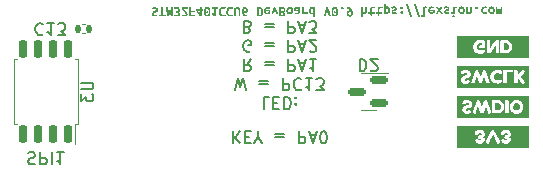
<source format=gbo>
%TF.GenerationSoftware,KiCad,Pcbnew,(6.0.4)*%
%TF.CreationDate,2022-03-28T20:40:59+08:00*%
%TF.ProjectId,PCB_F401CCU6_Dev,5043425f-4634-4303-9143-4355365f4465,v0.9*%
%TF.SameCoordinates,Original*%
%TF.FileFunction,Legend,Bot*%
%TF.FilePolarity,Positive*%
%FSLAX46Y46*%
G04 Gerber Fmt 4.6, Leading zero omitted, Abs format (unit mm)*
G04 Created by KiCad (PCBNEW (6.0.4)) date 2022-03-28 20:40:59*
%MOMM*%
%LPD*%
G01*
G04 APERTURE LIST*
G04 Aperture macros list*
%AMRoundRect*
0 Rectangle with rounded corners*
0 $1 Rounding radius*
0 $2 $3 $4 $5 $6 $7 $8 $9 X,Y pos of 4 corners*
0 Add a 4 corners polygon primitive as box body*
4,1,4,$2,$3,$4,$5,$6,$7,$8,$9,$2,$3,0*
0 Add four circle primitives for the rounded corners*
1,1,$1+$1,$2,$3*
1,1,$1+$1,$4,$5*
1,1,$1+$1,$6,$7*
1,1,$1+$1,$8,$9*
0 Add four rect primitives between the rounded corners*
20,1,$1+$1,$2,$3,$4,$5,0*
20,1,$1+$1,$4,$5,$6,$7,0*
20,1,$1+$1,$6,$7,$8,$9,0*
20,1,$1+$1,$8,$9,$2,$3,0*%
G04 Aperture macros list end*
%ADD10C,0.150000*%
%ADD11C,0.120000*%
%ADD12R,1.700000X1.700000*%
%ADD13O,1.700000X1.700000*%
%ADD14C,0.600000*%
%ADD15O,2.000000X0.900000*%
%ADD16O,1.700000X0.900000*%
%ADD17RoundRect,0.140000X-0.140000X-0.170000X0.140000X-0.170000X0.140000X0.170000X-0.140000X0.170000X0*%
%ADD18RoundRect,0.150000X0.587500X0.150000X-0.587500X0.150000X-0.587500X-0.150000X0.587500X-0.150000X0*%
%ADD19RoundRect,0.150000X0.150000X-0.650000X0.150000X0.650000X-0.150000X0.650000X-0.150000X-0.650000X0*%
G04 APERTURE END LIST*
D10*
X82066000Y-61063238D02*
X82208857Y-61015619D01*
X82446952Y-61015619D01*
X82542190Y-61063238D01*
X82589809Y-61110857D01*
X82637428Y-61206095D01*
X82637428Y-61301333D01*
X82589809Y-61396571D01*
X82542190Y-61444190D01*
X82446952Y-61491809D01*
X82256476Y-61539428D01*
X82161238Y-61587047D01*
X82113619Y-61634666D01*
X82066000Y-61729904D01*
X82066000Y-61825142D01*
X82113619Y-61920380D01*
X82161238Y-61968000D01*
X82256476Y-62015619D01*
X82494571Y-62015619D01*
X82637428Y-61968000D01*
X83066000Y-61015619D02*
X83066000Y-62015619D01*
X83446952Y-62015619D01*
X83542190Y-61968000D01*
X83589809Y-61920380D01*
X83637428Y-61825142D01*
X83637428Y-61682285D01*
X83589809Y-61587047D01*
X83542190Y-61539428D01*
X83446952Y-61491809D01*
X83066000Y-61491809D01*
X84066000Y-61015619D02*
X84066000Y-62015619D01*
X85066000Y-61015619D02*
X84494571Y-61015619D01*
X84780285Y-61015619D02*
X84780285Y-62015619D01*
X84685047Y-61872761D01*
X84589809Y-61777523D01*
X84494571Y-61729904D01*
X102497054Y-56361619D02*
X102020864Y-56361619D01*
X102020864Y-57361619D01*
X102830387Y-56885428D02*
X103163721Y-56885428D01*
X103306578Y-56361619D02*
X102830387Y-56361619D01*
X102830387Y-57361619D01*
X103306578Y-57361619D01*
X103735149Y-56361619D02*
X103735149Y-57361619D01*
X103973245Y-57361619D01*
X104116102Y-57314000D01*
X104211340Y-57218761D01*
X104258959Y-57123523D01*
X104306578Y-56933047D01*
X104306578Y-56790190D01*
X104258959Y-56599714D01*
X104211340Y-56504476D01*
X104116102Y-56409238D01*
X103973245Y-56361619D01*
X103735149Y-56361619D01*
X104735149Y-56456857D02*
X104782768Y-56409238D01*
X104735149Y-56361619D01*
X104687530Y-56409238D01*
X104735149Y-56456857D01*
X104735149Y-56361619D01*
X104735149Y-56980666D02*
X104782768Y-56933047D01*
X104735149Y-56885428D01*
X104687530Y-56933047D01*
X104735149Y-56980666D01*
X104735149Y-56885428D01*
X99616102Y-55751619D02*
X99854197Y-54751619D01*
X100044673Y-55465904D01*
X100235149Y-54751619D01*
X100473245Y-55751619D01*
X101616102Y-55275428D02*
X102378007Y-55275428D01*
X102378007Y-54989714D02*
X101616102Y-54989714D01*
X103616102Y-54751619D02*
X103616102Y-55751619D01*
X103997054Y-55751619D01*
X104092292Y-55704000D01*
X104139911Y-55656380D01*
X104187530Y-55561142D01*
X104187530Y-55418285D01*
X104139911Y-55323047D01*
X104092292Y-55275428D01*
X103997054Y-55227809D01*
X103616102Y-55227809D01*
X105187530Y-54846857D02*
X105139911Y-54799238D01*
X104997054Y-54751619D01*
X104901816Y-54751619D01*
X104758959Y-54799238D01*
X104663721Y-54894476D01*
X104616102Y-54989714D01*
X104568483Y-55180190D01*
X104568483Y-55323047D01*
X104616102Y-55513523D01*
X104663721Y-55608761D01*
X104758959Y-55704000D01*
X104901816Y-55751619D01*
X104997054Y-55751619D01*
X105139911Y-55704000D01*
X105187530Y-55656380D01*
X106139911Y-54751619D02*
X105568483Y-54751619D01*
X105854197Y-54751619D02*
X105854197Y-55751619D01*
X105758959Y-55608761D01*
X105663721Y-55513523D01*
X105568483Y-55465904D01*
X106473245Y-55751619D02*
X107092292Y-55751619D01*
X106758959Y-55370666D01*
X106901816Y-55370666D01*
X106997054Y-55323047D01*
X107044673Y-55275428D01*
X107092292Y-55180190D01*
X107092292Y-54942095D01*
X107044673Y-54846857D01*
X106997054Y-54799238D01*
X106901816Y-54751619D01*
X106616102Y-54751619D01*
X106520864Y-54799238D01*
X106473245Y-54846857D01*
X100901816Y-53141619D02*
X100568483Y-53617809D01*
X100330387Y-53141619D02*
X100330387Y-54141619D01*
X100711340Y-54141619D01*
X100806578Y-54094000D01*
X100854197Y-54046380D01*
X100901816Y-53951142D01*
X100901816Y-53808285D01*
X100854197Y-53713047D01*
X100806578Y-53665428D01*
X100711340Y-53617809D01*
X100330387Y-53617809D01*
X102092292Y-53665428D02*
X102854197Y-53665428D01*
X102854197Y-53379714D02*
X102092292Y-53379714D01*
X104092292Y-53141619D02*
X104092292Y-54141619D01*
X104473245Y-54141619D01*
X104568483Y-54094000D01*
X104616102Y-54046380D01*
X104663721Y-53951142D01*
X104663721Y-53808285D01*
X104616102Y-53713047D01*
X104568483Y-53665428D01*
X104473245Y-53617809D01*
X104092292Y-53617809D01*
X105044673Y-53427333D02*
X105520864Y-53427333D01*
X104949435Y-53141619D02*
X105282768Y-54141619D01*
X105616102Y-53141619D01*
X106473245Y-53141619D02*
X105901816Y-53141619D01*
X106187530Y-53141619D02*
X106187530Y-54141619D01*
X106092292Y-53998761D01*
X105997054Y-53903523D01*
X105901816Y-53855904D01*
X100854197Y-52484000D02*
X100758959Y-52531619D01*
X100616102Y-52531619D01*
X100473245Y-52484000D01*
X100378007Y-52388761D01*
X100330387Y-52293523D01*
X100282768Y-52103047D01*
X100282768Y-51960190D01*
X100330387Y-51769714D01*
X100378007Y-51674476D01*
X100473245Y-51579238D01*
X100616102Y-51531619D01*
X100711340Y-51531619D01*
X100854197Y-51579238D01*
X100901816Y-51626857D01*
X100901816Y-51960190D01*
X100711340Y-51960190D01*
X102092292Y-52055428D02*
X102854197Y-52055428D01*
X102854197Y-51769714D02*
X102092292Y-51769714D01*
X104092292Y-51531619D02*
X104092292Y-52531619D01*
X104473245Y-52531619D01*
X104568483Y-52484000D01*
X104616102Y-52436380D01*
X104663721Y-52341142D01*
X104663721Y-52198285D01*
X104616102Y-52103047D01*
X104568483Y-52055428D01*
X104473245Y-52007809D01*
X104092292Y-52007809D01*
X105044673Y-51817333D02*
X105520864Y-51817333D01*
X104949435Y-51531619D02*
X105282768Y-52531619D01*
X105616102Y-51531619D01*
X105901816Y-52436380D02*
X105949435Y-52484000D01*
X106044673Y-52531619D01*
X106282768Y-52531619D01*
X106378007Y-52484000D01*
X106425626Y-52436380D01*
X106473245Y-52341142D01*
X106473245Y-52245904D01*
X106425626Y-52103047D01*
X105854197Y-51531619D01*
X106473245Y-51531619D01*
X100663721Y-50445428D02*
X100806578Y-50397809D01*
X100854197Y-50350190D01*
X100901816Y-50254952D01*
X100901816Y-50112095D01*
X100854197Y-50016857D01*
X100806578Y-49969238D01*
X100711340Y-49921619D01*
X100330387Y-49921619D01*
X100330387Y-50921619D01*
X100663721Y-50921619D01*
X100758959Y-50874000D01*
X100806578Y-50826380D01*
X100854197Y-50731142D01*
X100854197Y-50635904D01*
X100806578Y-50540666D01*
X100758959Y-50493047D01*
X100663721Y-50445428D01*
X100330387Y-50445428D01*
X102092292Y-50445428D02*
X102854197Y-50445428D01*
X102854197Y-50159714D02*
X102092292Y-50159714D01*
X104092292Y-49921619D02*
X104092292Y-50921619D01*
X104473245Y-50921619D01*
X104568483Y-50874000D01*
X104616102Y-50826380D01*
X104663721Y-50731142D01*
X104663721Y-50588285D01*
X104616102Y-50493047D01*
X104568483Y-50445428D01*
X104473245Y-50397809D01*
X104092292Y-50397809D01*
X105044673Y-50207333D02*
X105520864Y-50207333D01*
X104949435Y-49921619D02*
X105282768Y-50921619D01*
X105616102Y-49921619D01*
X105854197Y-50921619D02*
X106473245Y-50921619D01*
X106139911Y-50540666D01*
X106282768Y-50540666D01*
X106378007Y-50493047D01*
X106425626Y-50445428D01*
X106473245Y-50350190D01*
X106473245Y-50112095D01*
X106425626Y-50016857D01*
X106378007Y-49969238D01*
X106282768Y-49921619D01*
X105997054Y-49921619D01*
X105901816Y-49969238D01*
X105854197Y-50016857D01*
X99449428Y-59237619D02*
X99449428Y-60237619D01*
X100020857Y-59237619D02*
X99592285Y-59809047D01*
X100020857Y-60237619D02*
X99449428Y-59666190D01*
X100449428Y-59761428D02*
X100782761Y-59761428D01*
X100925619Y-59237619D02*
X100449428Y-59237619D01*
X100449428Y-60237619D01*
X100925619Y-60237619D01*
X101544666Y-59713809D02*
X101544666Y-59237619D01*
X101211333Y-60237619D02*
X101544666Y-59713809D01*
X101878000Y-60237619D01*
X102973238Y-59761428D02*
X103735142Y-59761428D01*
X103735142Y-59475714D02*
X102973238Y-59475714D01*
X104973238Y-59237619D02*
X104973238Y-60237619D01*
X105354190Y-60237619D01*
X105449428Y-60190000D01*
X105497047Y-60142380D01*
X105544666Y-60047142D01*
X105544666Y-59904285D01*
X105497047Y-59809047D01*
X105449428Y-59761428D01*
X105354190Y-59713809D01*
X104973238Y-59713809D01*
X105925619Y-59523333D02*
X106401809Y-59523333D01*
X105830380Y-59237619D02*
X106163714Y-60237619D01*
X106497047Y-59237619D01*
X107020857Y-60237619D02*
X107116095Y-60237619D01*
X107211333Y-60190000D01*
X107258952Y-60142380D01*
X107306571Y-60047142D01*
X107354190Y-59856666D01*
X107354190Y-59618571D01*
X107306571Y-59428095D01*
X107258952Y-59332857D01*
X107211333Y-59285238D01*
X107116095Y-59237619D01*
X107020857Y-59237619D01*
X106925619Y-59285238D01*
X106878000Y-59332857D01*
X106830380Y-59428095D01*
X106782761Y-59618571D01*
X106782761Y-59856666D01*
X106830380Y-60047142D01*
X106878000Y-60142380D01*
X106925619Y-60190000D01*
X107020857Y-60237619D01*
%TO.C,C13*%
X83304142Y-50188857D02*
X83256523Y-50141238D01*
X83113666Y-50093619D01*
X83018428Y-50093619D01*
X82875571Y-50141238D01*
X82780333Y-50236476D01*
X82732714Y-50331714D01*
X82685095Y-50522190D01*
X82685095Y-50665047D01*
X82732714Y-50855523D01*
X82780333Y-50950761D01*
X82875571Y-51046000D01*
X83018428Y-51093619D01*
X83113666Y-51093619D01*
X83256523Y-51046000D01*
X83304142Y-50998380D01*
X84256523Y-50093619D02*
X83685095Y-50093619D01*
X83970809Y-50093619D02*
X83970809Y-51093619D01*
X83875571Y-50950761D01*
X83780333Y-50855523D01*
X83685095Y-50807904D01*
X84589857Y-51093619D02*
X85208904Y-51093619D01*
X84875571Y-50712666D01*
X85018428Y-50712666D01*
X85113666Y-50665047D01*
X85161285Y-50617428D01*
X85208904Y-50522190D01*
X85208904Y-50284095D01*
X85161285Y-50188857D01*
X85113666Y-50141238D01*
X85018428Y-50093619D01*
X84732714Y-50093619D01*
X84637476Y-50141238D01*
X84589857Y-50188857D01*
%TO.C,D2*%
X110132904Y-53141619D02*
X110132904Y-54141619D01*
X110371000Y-54141619D01*
X110513857Y-54094000D01*
X110609095Y-53998761D01*
X110656714Y-53903523D01*
X110704333Y-53713047D01*
X110704333Y-53570190D01*
X110656714Y-53379714D01*
X110609095Y-53284476D01*
X110513857Y-53189238D01*
X110371000Y-53141619D01*
X110132904Y-53141619D01*
X111085285Y-54046380D02*
X111132904Y-54094000D01*
X111228142Y-54141619D01*
X111466238Y-54141619D01*
X111561476Y-54094000D01*
X111609095Y-54046380D01*
X111656714Y-53951142D01*
X111656714Y-53855904D01*
X111609095Y-53713047D01*
X111037666Y-53141619D01*
X111656714Y-53141619D01*
%TO.C,U3*%
X86578380Y-55118095D02*
X87387904Y-55118095D01*
X87483142Y-55165714D01*
X87530761Y-55213333D01*
X87578380Y-55308571D01*
X87578380Y-55499047D01*
X87530761Y-55594285D01*
X87483142Y-55641904D01*
X87387904Y-55689523D01*
X86578380Y-55689523D01*
X86578380Y-56070476D02*
X86578380Y-56689523D01*
X86959333Y-56356190D01*
X86959333Y-56499047D01*
X87006952Y-56594285D01*
X87054571Y-56641904D01*
X87149809Y-56689523D01*
X87387904Y-56689523D01*
X87483142Y-56641904D01*
X87530761Y-56594285D01*
X87578380Y-56499047D01*
X87578380Y-56213333D01*
X87530761Y-56118095D01*
X87483142Y-56070476D01*
%TO.C,kibuzzard-6240A4EF*%
G36*
X93501845Y-49373155D02*
G01*
X93708855Y-49373155D01*
X93708855Y-49502695D01*
X93137355Y-49502695D01*
X93137355Y-49373155D01*
X93344365Y-49373155D01*
X93344365Y-48716565D01*
X93501845Y-48716565D01*
X93501845Y-49373155D01*
G37*
G36*
X108079540Y-49065180D02*
G01*
X108099225Y-49124235D01*
X108079540Y-49183925D01*
X108029375Y-49209325D01*
X107977305Y-49183925D01*
X107958255Y-49124235D01*
X107977305Y-49065180D01*
X108029375Y-49040415D01*
X108079540Y-49065180D01*
G37*
G36*
X107497386Y-48784228D02*
G01*
X107521093Y-48853443D01*
X107544235Y-48924210D01*
X107566460Y-48995330D01*
X107587415Y-49065603D01*
X107607100Y-49135030D01*
X107634088Y-49236154D01*
X107657900Y-49332515D01*
X107678379Y-49422050D01*
X107695365Y-49502695D01*
X107531535Y-49502695D01*
X107520105Y-49436655D01*
X107506135Y-49360455D01*
X107490260Y-49278064D01*
X107473115Y-49193450D01*
X107454700Y-49108360D01*
X107435015Y-49024540D01*
X107414695Y-48945959D01*
X107394375Y-48876585D01*
X107373896Y-48946911D01*
X107353100Y-49025810D01*
X107332780Y-49109630D01*
X107313730Y-49194720D01*
X107296109Y-49279175D01*
X107280075Y-49361090D01*
X107266740Y-49436814D01*
X107257215Y-49502695D01*
X107092115Y-49502695D01*
X107106720Y-49431575D01*
X107127675Y-49342675D01*
X107144467Y-49276141D01*
X107162671Y-49206926D01*
X107182285Y-49135030D01*
X107203028Y-49061723D01*
X107224618Y-48988274D01*
X107247055Y-48914685D01*
X107280393Y-48809910D01*
X107311825Y-48716565D01*
X107473115Y-48716565D01*
X107497386Y-48784228D01*
G37*
G36*
X106184700Y-48704817D02*
G01*
X106246295Y-48711485D01*
X106303763Y-48721645D01*
X106351705Y-48734345D01*
X106351705Y-49597945D01*
X106195495Y-49571275D01*
X106195495Y-49299495D01*
X106142155Y-49319180D01*
X106079925Y-49326165D01*
X106007606Y-49316781D01*
X105948127Y-49288629D01*
X105901490Y-49241710D01*
X105867976Y-49178563D01*
X105847868Y-49101728D01*
X105841729Y-49018825D01*
X105999915Y-49018825D01*
X106006265Y-49092802D01*
X106025315Y-49147095D01*
X106058335Y-49180433D01*
X106106595Y-49191545D01*
X106154855Y-49184560D01*
X106195495Y-49167415D01*
X106195495Y-48842295D01*
X106161205Y-48838485D01*
X106125645Y-48837215D01*
X106068654Y-48849915D01*
X106029760Y-48888015D01*
X106007376Y-48946117D01*
X105999915Y-49018825D01*
X105841729Y-49018825D01*
X105841165Y-49011205D01*
X105849138Y-48922305D01*
X105873056Y-48846952D01*
X105912920Y-48785145D01*
X105968306Y-48739284D01*
X106038791Y-48711767D01*
X106124375Y-48702595D01*
X106184700Y-48704817D01*
G37*
G36*
X104494965Y-49083119D02*
G01*
X104479725Y-49143920D01*
X104455119Y-49197578D01*
X104421940Y-49242980D01*
X104380983Y-49279493D01*
X104333040Y-49306480D01*
X104278906Y-49323149D01*
X104219375Y-49328705D01*
X104160638Y-49323149D01*
X104106345Y-49306480D01*
X104057926Y-49279493D01*
X104016810Y-49242980D01*
X103983473Y-49197578D01*
X103958390Y-49143920D01*
X103942674Y-49083119D01*
X103937435Y-49016285D01*
X103937530Y-49015015D01*
X104096185Y-49015015D01*
X104103964Y-49087246D01*
X104127300Y-49143920D01*
X104165876Y-49180591D01*
X104219375Y-49192815D01*
X104274144Y-49180591D01*
X104311450Y-49143920D01*
X104332881Y-49087246D01*
X104340025Y-49015015D01*
X104332246Y-48942625D01*
X104308910Y-48885475D01*
X104270334Y-48848327D01*
X104216835Y-48835945D01*
X104162066Y-48848327D01*
X104124760Y-48885475D01*
X104103329Y-48942625D01*
X104096185Y-49015015D01*
X103937530Y-49015015D01*
X103942515Y-48948499D01*
X103957755Y-48887380D01*
X103982361Y-48833564D01*
X104015540Y-48787685D01*
X104056498Y-48750537D01*
X104104440Y-48722915D01*
X104158891Y-48705770D01*
X104219375Y-48700055D01*
X104279859Y-48705770D01*
X104334310Y-48722915D01*
X104382094Y-48750537D01*
X104422575Y-48787685D01*
X104455278Y-48833564D01*
X104479725Y-48887380D01*
X104494965Y-48948499D01*
X104500045Y-49016285D01*
X104494965Y-49083119D01*
G37*
G36*
X103832660Y-49058195D02*
G01*
X103791226Y-49102645D01*
X103724075Y-49136935D01*
X103797100Y-49205515D01*
X103817579Y-49251870D01*
X103824405Y-49304575D01*
X103812975Y-49378235D01*
X103769795Y-49444910D01*
X103682165Y-49493170D01*
X103618030Y-49506981D01*
X103537385Y-49511585D01*
X103431975Y-49505870D01*
X103334185Y-49492535D01*
X103334185Y-49370615D01*
X103490395Y-49370615D01*
X103524685Y-49374425D01*
X103561515Y-49375695D01*
X103603425Y-49372520D01*
X103638985Y-49359820D01*
X103663115Y-49333150D01*
X103672005Y-49288065D01*
X103641525Y-49216310D01*
X103551355Y-49190275D01*
X103490395Y-49190275D01*
X103490395Y-49370615D01*
X103334185Y-49370615D01*
X103334185Y-49060735D01*
X103490395Y-49060735D01*
X103574215Y-49060735D01*
X103671370Y-49035970D01*
X103707565Y-48954055D01*
X103694865Y-48897540D01*
X103662480Y-48863250D01*
X103617395Y-48846740D01*
X103565325Y-48842295D01*
X103526590Y-48843565D01*
X103490395Y-48847375D01*
X103490395Y-49060735D01*
X103334185Y-49060735D01*
X103334185Y-48729265D01*
X103389113Y-48719264D01*
X103444675Y-48712120D01*
X103499603Y-48707834D01*
X103552625Y-48706405D01*
X103615331Y-48709421D01*
X103673910Y-48718470D01*
X103726615Y-48734662D01*
X103771700Y-48759110D01*
X103837105Y-48835310D01*
X103855203Y-48888809D01*
X103861235Y-48954055D01*
X103854091Y-49007395D01*
X103832660Y-49058195D01*
G37*
G36*
X100329365Y-49197895D02*
G01*
X100373180Y-49280445D01*
X100443665Y-49334420D01*
X100532565Y-49364265D01*
X100631625Y-49374425D01*
X100622735Y-49507775D01*
X100520818Y-49500155D01*
X100428425Y-49477295D01*
X100347145Y-49439513D01*
X100278565Y-49387125D01*
X100223479Y-49320450D01*
X100182680Y-49239805D01*
X100157439Y-49145507D01*
X100149025Y-49037875D01*
X100150041Y-49023905D01*
X100302695Y-49023905D01*
X100303330Y-49048035D01*
X100305235Y-49070895D01*
X100347145Y-49084865D01*
X100396675Y-49089945D01*
X100452872Y-49081849D01*
X100489385Y-49057560D01*
X100516055Y-48965485D01*
X100510340Y-48921035D01*
X100492560Y-48879125D01*
X100461445Y-48847375D01*
X100415725Y-48834675D01*
X100360480Y-48850550D01*
X100325555Y-48893095D01*
X100307775Y-48953420D01*
X100302695Y-49023905D01*
X100150041Y-49023905D01*
X100156716Y-48932112D01*
X100179787Y-48846811D01*
X100218240Y-48781970D01*
X100271368Y-48736462D01*
X100338467Y-48709157D01*
X100419535Y-48700055D01*
X100479860Y-48706246D01*
X100531295Y-48724820D01*
X100608765Y-48788955D01*
X100653850Y-48875315D01*
X100668455Y-48968025D01*
X100655120Y-49064545D01*
X100611305Y-49144555D01*
X100533200Y-49199165D01*
X100480336Y-49214405D01*
X100416995Y-49219485D01*
X100376355Y-49213770D01*
X100329365Y-49197895D01*
G37*
G36*
X104666415Y-49044225D02*
G01*
X104611805Y-48987075D01*
X104592368Y-48903255D01*
X104745155Y-48903255D01*
X104755315Y-48940085D01*
X104782620Y-48961675D01*
X104822625Y-48972470D01*
X104869615Y-48975645D01*
X104908985Y-48973740D01*
X104945815Y-48969295D01*
X104945815Y-48832135D01*
X104903905Y-48828960D01*
X104854375Y-48828325D01*
X104775635Y-48845470D01*
X104745155Y-48903255D01*
X104592368Y-48903255D01*
X104591485Y-48899445D01*
X104609265Y-48807370D01*
X104660065Y-48746410D01*
X104739440Y-48712755D01*
X104842945Y-48702595D01*
X104922638Y-48705135D01*
X104994075Y-48712755D01*
X105095675Y-48730535D01*
X105095675Y-49086135D01*
X105082975Y-49187100D01*
X105041065Y-49263300D01*
X104962960Y-49311560D01*
X104907874Y-49324419D01*
X104840405Y-49328705D01*
X104784208Y-49326641D01*
X104729915Y-49320450D01*
X104647365Y-49302035D01*
X104668955Y-49176305D01*
X104735630Y-49191545D01*
X104821355Y-49197895D01*
X104879775Y-49190434D01*
X104917875Y-49168050D01*
X104945815Y-49093755D01*
X104945815Y-49074705D01*
X104895333Y-49082325D01*
X104837865Y-49084865D01*
X104745155Y-49075340D01*
X104666415Y-49044225D01*
G37*
G36*
X93906975Y-49327435D02*
G01*
X93999685Y-48994695D01*
X94113985Y-48994695D01*
X94210505Y-49327435D01*
X94202885Y-48716565D01*
X94346395Y-48716565D01*
X94343537Y-48817054D01*
X94340045Y-48915320D01*
X94335759Y-49012157D01*
X94330520Y-49108360D01*
X94324170Y-49204721D01*
X94316550Y-49302035D01*
X94308136Y-49401095D01*
X94299405Y-49502695D01*
X94169865Y-49502695D01*
X94147005Y-49435385D01*
X94119065Y-49348390D01*
X94087315Y-49251870D01*
X94055565Y-49154715D01*
X94026355Y-49246155D01*
X93995875Y-49343945D01*
X93967300Y-49434115D01*
X93945075Y-49502695D01*
X93815535Y-49502695D01*
X93807121Y-49416653D01*
X93799660Y-49323625D01*
X93793151Y-49225518D01*
X93787595Y-49124235D01*
X93782674Y-49021047D01*
X93778070Y-48917225D01*
X93773784Y-48814990D01*
X93769815Y-48716565D01*
X93913325Y-48716565D01*
X93906975Y-49327435D01*
G37*
G36*
X97488692Y-49292034D02*
G01*
X97466864Y-49362400D01*
X97436305Y-49419510D01*
X97382683Y-49475602D01*
X97314949Y-49509257D01*
X97233105Y-49520475D01*
X97152531Y-49509186D01*
X97085221Y-49475319D01*
X97031175Y-49418875D01*
X97000060Y-49361566D01*
X96977835Y-49291240D01*
X96964500Y-49207896D01*
X96960055Y-49111535D01*
X97101025Y-49111535D01*
X97104835Y-49194156D01*
X97116265Y-49262524D01*
X97135315Y-49316640D01*
X97176907Y-49369504D01*
X97233105Y-49387125D01*
X97290096Y-49369504D01*
X97331530Y-49316640D01*
X97350227Y-49262524D01*
X97361446Y-49194156D01*
X97365185Y-49111535D01*
X97361446Y-49028209D01*
X97350227Y-48959417D01*
X97331530Y-48905160D01*
X97290096Y-48852296D01*
X97233105Y-48834675D01*
X97176907Y-48852296D01*
X97135315Y-48905160D01*
X97116265Y-48959417D01*
X97104835Y-49028209D01*
X97101025Y-49111535D01*
X96960055Y-49111535D01*
X96964421Y-49014062D01*
X96977518Y-48929925D01*
X96999346Y-48859122D01*
X97029905Y-48801655D01*
X97083527Y-48745211D01*
X97151261Y-48711344D01*
X97233105Y-48700055D01*
X97314949Y-48711344D01*
X97382683Y-48745211D01*
X97436305Y-48801655D01*
X97466864Y-48859122D01*
X97488692Y-48929925D01*
X97501789Y-49014062D01*
X97506155Y-49111535D01*
X97501789Y-49208412D01*
X97488692Y-49292034D01*
G37*
G36*
X102057835Y-48876585D02*
G01*
X102085616Y-48824039D01*
X102123240Y-48780700D01*
X102170230Y-48746727D01*
X102226110Y-48722280D01*
X102290404Y-48707516D01*
X102362635Y-48702595D01*
X102465505Y-48712120D01*
X102551865Y-48735615D01*
X102530275Y-48868965D01*
X102458520Y-48848645D01*
X102368985Y-48838485D01*
X102299770Y-48846899D01*
X102244525Y-48872140D01*
X102208330Y-48911986D01*
X102196265Y-48964215D01*
X102583615Y-48964215D01*
X102585520Y-48990885D01*
X102586155Y-49022635D01*
X102578535Y-49114569D01*
X102555675Y-49190557D01*
X102517575Y-49250600D01*
X102464799Y-49293992D01*
X102397913Y-49320027D01*
X102316915Y-49328705D01*
X102264210Y-49323625D01*
X102212775Y-49308385D01*
X102164833Y-49283144D01*
X102122605Y-49248060D01*
X102087045Y-49203134D01*
X102059105Y-49148365D01*
X102041008Y-49083912D01*
X102040050Y-49072165D01*
X102196265Y-49072165D01*
X102207060Y-49119155D01*
X102229920Y-49159795D01*
X102266750Y-49187735D01*
X102319455Y-49197895D01*
X102372795Y-49187100D01*
X102408355Y-49158525D01*
X102428675Y-49118520D01*
X102435025Y-49072165D01*
X102196265Y-49072165D01*
X102040050Y-49072165D01*
X102034975Y-49009935D01*
X102040690Y-48938497D01*
X102057835Y-48876585D01*
G37*
G36*
X108743115Y-48731805D02*
G01*
X108777405Y-48816895D01*
X108743115Y-48899445D01*
X108664375Y-48928655D01*
X108621195Y-48921035D01*
X108585000Y-48899445D01*
X108559600Y-48864520D01*
X108550075Y-48816895D01*
X108559600Y-48768000D01*
X108585000Y-48732440D01*
X108621195Y-48710215D01*
X108664375Y-48702595D01*
X108743115Y-48731805D01*
G37*
G36*
X95597345Y-48846105D02*
G01*
X95259525Y-48846105D01*
X95272860Y-48888015D01*
X95305245Y-48933100D01*
X95345885Y-48976280D01*
X95383985Y-49012475D01*
X95448755Y-49075975D01*
X95505905Y-49144555D01*
X95546545Y-49217580D01*
X95561785Y-49295685D01*
X95541465Y-49394110D01*
X95486855Y-49464595D01*
X95408115Y-49506505D01*
X95315405Y-49520475D01*
X95249206Y-49514125D01*
X95182690Y-49495075D01*
X95119984Y-49462690D01*
X95065215Y-49416335D01*
X95142685Y-49307115D01*
X95222695Y-49366805D01*
X95300165Y-49384585D01*
X95373825Y-49358550D01*
X95403035Y-49284255D01*
X95379540Y-49216945D01*
X95319850Y-49148365D01*
X95282385Y-49112011D01*
X95242380Y-49074070D01*
X95202375Y-49033747D01*
X95164910Y-48990250D01*
X95131890Y-48943101D01*
X95105220Y-48891825D01*
X95087599Y-48835945D01*
X95081725Y-48774985D01*
X95081090Y-48748315D01*
X95084265Y-48716565D01*
X95597345Y-48716565D01*
X95597345Y-48846105D01*
G37*
G36*
X99265899Y-48704341D02*
G01*
X99326700Y-48717200D01*
X99416235Y-48754665D01*
X99376865Y-48877855D01*
X99312730Y-48849915D01*
X99211765Y-48835945D01*
X99121119Y-48853884D01*
X99060000Y-48907700D01*
X99034247Y-48962522D01*
X99018796Y-49031313D01*
X99013645Y-49114075D01*
X99017931Y-49185195D01*
X99030790Y-49243615D01*
X99075240Y-49326800D01*
X99137470Y-49371250D01*
X99209225Y-49384585D01*
X99303840Y-49371250D01*
X99374325Y-49338865D01*
X99414965Y-49463325D01*
X99388930Y-49478565D01*
X99346385Y-49497615D01*
X99287330Y-49513490D01*
X99211765Y-49520475D01*
X99137311Y-49513649D01*
X99068890Y-49493170D01*
X99007930Y-49459515D01*
X98955860Y-49413160D01*
X98913474Y-49354581D01*
X98881565Y-49284255D01*
X98861562Y-49202658D01*
X98854895Y-49110265D01*
X98860372Y-49017476D01*
X98876802Y-48935957D01*
X98904187Y-48865711D01*
X98942525Y-48806735D01*
X99009694Y-48747468D01*
X99094361Y-48711908D01*
X99196525Y-48700055D01*
X99265899Y-48704341D01*
G37*
G36*
X94719457Y-48704659D02*
G01*
X94782005Y-48718470D01*
X94834075Y-48740695D01*
X94875985Y-48770540D01*
X94930595Y-48849915D01*
X94948375Y-48950245D01*
X94939961Y-49014062D01*
X94914720Y-49068355D01*
X94874239Y-49111852D01*
X94820105Y-49143285D01*
X94891225Y-49209325D01*
X94917895Y-49299495D01*
X94902655Y-49387125D01*
X94855665Y-49457610D01*
X94775020Y-49503965D01*
X94721839Y-49516348D01*
X94660085Y-49520475D01*
X94592616Y-49514601D01*
X94532450Y-49496980D01*
X94441645Y-49450625D01*
X94497525Y-49336325D01*
X94573090Y-49372520D01*
X94661355Y-49387125D01*
X94733110Y-49362360D01*
X94759145Y-49294415D01*
X94747080Y-49246155D01*
X94715965Y-49215675D01*
X94672785Y-49199165D01*
X94624525Y-49194085D01*
X94566105Y-49194085D01*
X94566105Y-49064545D01*
X94614365Y-49064545D01*
X94683897Y-49058354D01*
X94740095Y-49039780D01*
X94777242Y-49005649D01*
X94789625Y-48952785D01*
X94757240Y-48867695D01*
X94712949Y-48841977D01*
X94644845Y-48833405D01*
X94584679Y-48836897D01*
X94533720Y-48847375D01*
X94458155Y-48874045D01*
X94427675Y-48743235D01*
X94467045Y-48729265D01*
X94522290Y-48715295D01*
X94584520Y-48704500D01*
X94646115Y-48700055D01*
X94719457Y-48704659D01*
G37*
G36*
X99841685Y-48705294D02*
G01*
X99900105Y-48721010D01*
X99947095Y-48746569D01*
X99983925Y-48781335D01*
X100010912Y-48824832D01*
X100028375Y-48876585D01*
X100037900Y-48935640D01*
X100041075Y-49001045D01*
X100041075Y-49502695D01*
X99884865Y-49502695D01*
X99884865Y-49012475D01*
X99879785Y-48929290D01*
X99862005Y-48874680D01*
X99827715Y-48844835D01*
X99773105Y-48835945D01*
X99718495Y-48844835D01*
X99684840Y-48874045D01*
X99667695Y-48928020D01*
X99662615Y-49011205D01*
X99662615Y-49502695D01*
X99505135Y-49502695D01*
X99505135Y-49001045D01*
X99508310Y-48935640D01*
X99517835Y-48876585D01*
X99534980Y-48824832D01*
X99561015Y-48781335D01*
X99642930Y-48721010D01*
X99700556Y-48705294D01*
X99770565Y-48700055D01*
X99841685Y-48705294D01*
G37*
G36*
X98630899Y-48704341D02*
G01*
X98691700Y-48717200D01*
X98781235Y-48754665D01*
X98741865Y-48877855D01*
X98677730Y-48849915D01*
X98576765Y-48835945D01*
X98486119Y-48853884D01*
X98425000Y-48907700D01*
X98399247Y-48962522D01*
X98383796Y-49031313D01*
X98378645Y-49114075D01*
X98382931Y-49185195D01*
X98395790Y-49243615D01*
X98440240Y-49326800D01*
X98502470Y-49371250D01*
X98574225Y-49384585D01*
X98668840Y-49371250D01*
X98739325Y-49338865D01*
X98779965Y-49463325D01*
X98753930Y-49478565D01*
X98711385Y-49497615D01*
X98652330Y-49513490D01*
X98576765Y-49520475D01*
X98502311Y-49513649D01*
X98433890Y-49493170D01*
X98372930Y-49459515D01*
X98320860Y-49413160D01*
X98278474Y-49354581D01*
X98246565Y-49284255D01*
X98226562Y-49202658D01*
X98219895Y-49110265D01*
X98225372Y-49017476D01*
X98241802Y-48935957D01*
X98269187Y-48865711D01*
X98307525Y-48806735D01*
X98374694Y-48747468D01*
X98459361Y-48711908D01*
X98561525Y-48700055D01*
X98630899Y-48704341D01*
G37*
G36*
X108283693Y-49292034D02*
G01*
X108261864Y-49362400D01*
X108231305Y-49419510D01*
X108177683Y-49475602D01*
X108109949Y-49509257D01*
X108028105Y-49520475D01*
X107947531Y-49509186D01*
X107880221Y-49475319D01*
X107826175Y-49418875D01*
X107795060Y-49361566D01*
X107772835Y-49291240D01*
X107759500Y-49207896D01*
X107755055Y-49111535D01*
X107896025Y-49111535D01*
X107899835Y-49194156D01*
X107911265Y-49262524D01*
X107930315Y-49316640D01*
X107971908Y-49369504D01*
X108028105Y-49387125D01*
X108085096Y-49369504D01*
X108126530Y-49316640D01*
X108145227Y-49262524D01*
X108156446Y-49194156D01*
X108160185Y-49111535D01*
X108156446Y-49028209D01*
X108145227Y-48959417D01*
X108126530Y-48905160D01*
X108085096Y-48852296D01*
X108028105Y-48834675D01*
X107971908Y-48852296D01*
X107930315Y-48905160D01*
X107911265Y-48959417D01*
X107899835Y-49028209D01*
X107896025Y-49111535D01*
X107755055Y-49111535D01*
X107759421Y-49014062D01*
X107772518Y-48929925D01*
X107794346Y-48859122D01*
X107824905Y-48801655D01*
X107878527Y-48745211D01*
X107946261Y-48711344D01*
X108028105Y-48700055D01*
X108109949Y-48711344D01*
X108177683Y-48745211D01*
X108231305Y-48801655D01*
X108261864Y-48859122D01*
X108283693Y-48929925D01*
X108296789Y-49014062D01*
X108301155Y-49111535D01*
X108296789Y-49208412D01*
X108283693Y-49292034D01*
G37*
G36*
X105441115Y-49159795D02*
G01*
X105505885Y-49171860D01*
X105570655Y-49175035D01*
X105604945Y-49173765D01*
X105646855Y-49169320D01*
X105689400Y-49162335D01*
X105725595Y-49154715D01*
X105753535Y-49299495D01*
X105704640Y-49311560D01*
X105650665Y-49319180D01*
X105600500Y-49323625D01*
X105564305Y-49324895D01*
X105482231Y-49321403D01*
X105411270Y-49310925D01*
X105346659Y-49294733D01*
X105283635Y-49274095D01*
X105283635Y-48716565D01*
X105441115Y-48716565D01*
X105441115Y-49159795D01*
G37*
G36*
X109335888Y-48947229D02*
G01*
X109267625Y-48892460D01*
X109182218Y-48860234D01*
X109086015Y-48848645D01*
X109091095Y-48714025D01*
X109192854Y-48721804D01*
X109284770Y-48745140D01*
X109365415Y-48783399D01*
X109433360Y-48835945D01*
X109487811Y-48902779D01*
X109527975Y-48983900D01*
X109552740Y-49078674D01*
X109560995Y-49186465D01*
X109553234Y-49284537D01*
X109529951Y-49367087D01*
X109491145Y-49434115D01*
X109437664Y-49483504D01*
X109370354Y-49513137D01*
X109289215Y-49523015D01*
X109229843Y-49516824D01*
X109178725Y-49498250D01*
X109100620Y-49434750D01*
X109053630Y-49348390D01*
X109038187Y-49257585D01*
X109190155Y-49257585D01*
X109195870Y-49308385D01*
X109213650Y-49350295D01*
X109245400Y-49378870D01*
X109293025Y-49389665D01*
X109348270Y-49373155D01*
X109383830Y-49329975D01*
X109402880Y-49270920D01*
X109408595Y-49206785D01*
X109407960Y-49178210D01*
X109406055Y-49153445D01*
X109362875Y-49139475D01*
X109312075Y-49134395D01*
X109255560Y-49142332D01*
X109218095Y-49166145D01*
X109190155Y-49257585D01*
X109038187Y-49257585D01*
X109037755Y-49255045D01*
X109051725Y-49157890D01*
X109096175Y-49078515D01*
X109174915Y-49024540D01*
X109228255Y-49009776D01*
X109291755Y-49004855D01*
X109380655Y-49026445D01*
X109335888Y-48947229D01*
G37*
G36*
X101955124Y-49209166D02*
G01*
X101936550Y-49292510D01*
X101906864Y-49361408D01*
X101867335Y-49416970D01*
X101817964Y-49459356D01*
X101758750Y-49488725D01*
X101691281Y-49505870D01*
X101617145Y-49511585D01*
X101529515Y-49507775D01*
X101429185Y-49492535D01*
X101429185Y-49371885D01*
X101585395Y-49371885D01*
X101608255Y-49375060D01*
X101631115Y-49375695D01*
X101716205Y-49353470D01*
X101768275Y-49294415D01*
X101794945Y-49209325D01*
X101802565Y-49110265D01*
X101800184Y-49054226D01*
X101793040Y-49002950D01*
X101761290Y-48918495D01*
X101702870Y-48862615D01*
X101613335Y-48842295D01*
X101599365Y-48842295D01*
X101585395Y-48843565D01*
X101585395Y-49371885D01*
X101429185Y-49371885D01*
X101429185Y-48725455D01*
X101514910Y-48710850D01*
X101596825Y-48706405D01*
X101673501Y-48711961D01*
X101743510Y-48728630D01*
X101805581Y-48757364D01*
X101858445Y-48799115D01*
X101901466Y-48854519D01*
X101934010Y-48924210D01*
X101954489Y-49009141D01*
X101961315Y-49110265D01*
X101955124Y-49209166D01*
G37*
G36*
X103046742Y-48796222D02*
G01*
X103087382Y-48884487D01*
X103129715Y-48981360D01*
X103161386Y-49059028D01*
X103191628Y-49140269D01*
X103220441Y-49225081D01*
X103247825Y-49313465D01*
X103089075Y-49313465D01*
X103075899Y-49263618D01*
X103059230Y-49210595D01*
X103040498Y-49155826D01*
X103021130Y-49100740D01*
X103001286Y-49046289D01*
X102981125Y-48993425D01*
X102944295Y-48898175D01*
X102909370Y-48993425D01*
X102891114Y-49046289D01*
X102873175Y-49100740D01*
X102855871Y-49155826D01*
X102839520Y-49210595D01*
X102824756Y-49263618D01*
X102812215Y-49313465D01*
X102648385Y-49313465D01*
X102675412Y-49225081D01*
X102703154Y-49140269D01*
X102731610Y-49059028D01*
X102760780Y-48981360D01*
X102799938Y-48884487D01*
X102838673Y-48796222D01*
X102876985Y-48716565D01*
X103007795Y-48716565D01*
X103046742Y-48796222D01*
G37*
G36*
X97284540Y-49065180D02*
G01*
X97304225Y-49124235D01*
X97284540Y-49183925D01*
X97234375Y-49209325D01*
X97182305Y-49183925D01*
X97163255Y-49124235D01*
X97182305Y-49065180D01*
X97234375Y-49040415D01*
X97284540Y-49065180D01*
G37*
G36*
X95881825Y-49053115D02*
G01*
X96166305Y-49053115D01*
X96166305Y-49182655D01*
X95881825Y-49182655D01*
X95881825Y-49373155D01*
X96206945Y-49373155D01*
X96206945Y-49502695D01*
X95725615Y-49502695D01*
X95725615Y-48716565D01*
X95881825Y-48716565D01*
X95881825Y-49053115D01*
G37*
G36*
X98133535Y-48846105D02*
G01*
X97977325Y-48846105D01*
X97977325Y-49502695D01*
X97870645Y-49502695D01*
X97816035Y-49453165D01*
X97748725Y-49407445D01*
X97677605Y-49368075D01*
X97611565Y-49338865D01*
X97662365Y-49209325D01*
X97739835Y-49240440D01*
X97821115Y-49285525D01*
X97821115Y-48846105D01*
X97656015Y-48846105D01*
X97656015Y-48716565D01*
X98133535Y-48716565D01*
X98133535Y-48846105D01*
G37*
G36*
X92854357Y-48706758D02*
G01*
X92926958Y-48726866D01*
X92983050Y-48760380D01*
X93036866Y-48833246D01*
X93054805Y-48931195D01*
X93049407Y-48990409D01*
X93033215Y-49038510D01*
X92977970Y-49109630D01*
X92904310Y-49155350D01*
X92827475Y-49186465D01*
X92778580Y-49205515D01*
X92734130Y-49229010D01*
X92701745Y-49259490D01*
X92689045Y-49299495D01*
X92702874Y-49349589D01*
X92744361Y-49379646D01*
X92813505Y-49389665D01*
X92903040Y-49376965D01*
X92973525Y-49346485D01*
X93019245Y-49467135D01*
X92928440Y-49503965D01*
X92869861Y-49516348D01*
X92802075Y-49520475D01*
X92724252Y-49513561D01*
X92658424Y-49492817D01*
X92604590Y-49458245D01*
X92550774Y-49383950D01*
X92532835Y-49285525D01*
X92553155Y-49192180D01*
X92604590Y-49129315D01*
X92673805Y-49087405D01*
X92747465Y-49058195D01*
X92800805Y-49035970D01*
X92849065Y-49009300D01*
X92884625Y-48975645D01*
X92898595Y-48932465D01*
X92892880Y-48895000D01*
X92871925Y-48861980D01*
X92830650Y-48839120D01*
X92765245Y-48830865D01*
X92701904Y-48835310D01*
X92649040Y-48848645D01*
X92567125Y-48886745D01*
X92521405Y-48759745D01*
X92609035Y-48721010D01*
X92677297Y-48705294D01*
X92765245Y-48700055D01*
X92854357Y-48706758D01*
G37*
G36*
X96608265Y-49448561D02*
G01*
X96557465Y-49387760D01*
X96507935Y-49323149D01*
X96460945Y-49257585D01*
X96417130Y-49192339D01*
X96377125Y-49128680D01*
X96342517Y-49069149D01*
X96322194Y-49030255D01*
X96464755Y-49030255D01*
X96502855Y-49102645D01*
X96547940Y-49175670D01*
X96595565Y-49244885D01*
X96642555Y-49307115D01*
X96642555Y-49030255D01*
X96464755Y-49030255D01*
X96322194Y-49030255D01*
X96314895Y-49016285D01*
X96314895Y-48901985D01*
X96642555Y-48901985D01*
X96642555Y-48716565D01*
X96798765Y-48716565D01*
X96798765Y-48901985D01*
X96883855Y-48901985D01*
X96883855Y-49030255D01*
X96798765Y-49030255D01*
X96798765Y-49502695D01*
X96659065Y-49502695D01*
X96608265Y-49448561D01*
G37*
%TO.C,kibuzzard-6240A2D2*%
G36*
X123538456Y-56851550D02*
G01*
X123634500Y-56915844D01*
X123684771Y-56979520D01*
X123714933Y-57056249D01*
X123724988Y-57146031D01*
X123714845Y-57235990D01*
X123684418Y-57313248D01*
X123633706Y-57377806D01*
X123537067Y-57443291D01*
X123429713Y-57465119D01*
X123322556Y-57443092D01*
X123226513Y-57377013D01*
X123176242Y-57312366D01*
X123146079Y-57235901D01*
X123136025Y-57147619D01*
X123146167Y-57059336D01*
X123176594Y-56982872D01*
X123227306Y-56918225D01*
X123323945Y-56852145D01*
X123431300Y-56830119D01*
X123538456Y-56851550D01*
G37*
G36*
X121896981Y-56871989D02*
G01*
X121994613Y-56935687D01*
X122063669Y-57031533D01*
X122086688Y-57149206D01*
X122064264Y-57267277D01*
X121996994Y-57364313D01*
X121899561Y-57429202D01*
X121786650Y-57450831D01*
X121634250Y-57450831D01*
X121634250Y-56850756D01*
X121788238Y-56850756D01*
X121896981Y-56871989D01*
G37*
G36*
X118336219Y-56218402D02*
G01*
X124487781Y-56218402D01*
X124487781Y-58081598D01*
X118336219Y-58081598D01*
X118336219Y-56822975D01*
X118818025Y-56822975D01*
X118835091Y-56870005D01*
X118886287Y-56930131D01*
X118970425Y-56968231D01*
X119023606Y-56948387D01*
X119094250Y-56888856D01*
X119157750Y-56837262D01*
X119233950Y-56812656D01*
X119315971Y-56826062D01*
X119365183Y-56866278D01*
X119381587Y-56933306D01*
X119341106Y-56994425D01*
X119240300Y-57030144D01*
X119177594Y-57044630D01*
X119110125Y-57065862D01*
X119042656Y-57092652D01*
X118979950Y-57123806D01*
X118924586Y-57166867D01*
X118879144Y-57229375D01*
X118848783Y-57308948D01*
X118838662Y-57403206D01*
X118850216Y-57492371D01*
X118884876Y-57573598D01*
X118942644Y-57646888D01*
X119020343Y-57704655D01*
X119114799Y-57739315D01*
X119226012Y-57750869D01*
X119317095Y-57744717D01*
X119399844Y-57726263D01*
X119508587Y-57676256D01*
X119548275Y-57646094D01*
X119562335Y-57623869D01*
X119727662Y-57623869D01*
X119754253Y-57680622D01*
X119834025Y-57723881D01*
X119917369Y-57739756D01*
X119974519Y-57714356D01*
X120010237Y-57636569D01*
X120184862Y-57106344D01*
X120357900Y-57628631D01*
X120389253Y-57684988D01*
X120438862Y-57720706D01*
X120504744Y-57731819D01*
X120580150Y-57705625D01*
X120624600Y-57654031D01*
X120807162Y-57103169D01*
X120981787Y-57636569D01*
X121002425Y-57690544D01*
X121031794Y-57724675D01*
X121084975Y-57741344D01*
X121159588Y-57725469D01*
X121239359Y-57681019D01*
X121265950Y-57623869D01*
X121258563Y-57593706D01*
X121353262Y-57593706D01*
X121355644Y-57649269D01*
X121370725Y-57690544D01*
X121412794Y-57722691D01*
X121494550Y-57733406D01*
X121788238Y-57731819D01*
X121899859Y-57721450D01*
X122004534Y-57690345D01*
X122102265Y-57638504D01*
X122160285Y-57592119D01*
X122470863Y-57592119D01*
X122473244Y-57646888D01*
X122488325Y-57688956D01*
X122530394Y-57721103D01*
X122612150Y-57731819D01*
X122700653Y-57717134D01*
X122743913Y-57673081D01*
X122751850Y-57590531D01*
X122751850Y-57139681D01*
X122855038Y-57139681D01*
X122866944Y-57267277D01*
X122902663Y-57386538D01*
X122958225Y-57492305D01*
X123029663Y-57579419D01*
X123114991Y-57648872D01*
X123212225Y-57701656D01*
X123317000Y-57734994D01*
X123424950Y-57746106D01*
X123538555Y-57735490D01*
X123644422Y-57703641D01*
X123742549Y-57650559D01*
X123832938Y-57576244D01*
X123908641Y-57486203D01*
X123962716Y-57385942D01*
X123995160Y-57275462D01*
X124005975Y-57154763D01*
X123995656Y-57033616D01*
X123964700Y-56921797D01*
X123913106Y-56819304D01*
X123840875Y-56726137D01*
X123753563Y-56648697D01*
X123656725Y-56593383D01*
X123550363Y-56560194D01*
X123434475Y-56549131D01*
X123318339Y-56560045D01*
X123211233Y-56592787D01*
X123113155Y-56647358D01*
X123024106Y-56723756D01*
X122950139Y-56815236D01*
X122897305Y-56915050D01*
X122865604Y-57023198D01*
X122855038Y-57139681D01*
X122751850Y-57139681D01*
X122751850Y-56707881D01*
X122749469Y-56652319D01*
X122734388Y-56611044D01*
X122692319Y-56578897D01*
X122610563Y-56568181D01*
X122522456Y-56583262D01*
X122480388Y-56628506D01*
X122470863Y-56709469D01*
X122470863Y-57592119D01*
X122160285Y-57592119D01*
X122193050Y-57565925D01*
X122269448Y-57478216D01*
X122324019Y-57380981D01*
X122356761Y-57274222D01*
X122367675Y-57157938D01*
X122357009Y-57041207D01*
X122325011Y-56933108D01*
X122271681Y-56833641D01*
X122197019Y-56742806D01*
X122107176Y-56667102D01*
X122008305Y-56613028D01*
X121900404Y-56580584D01*
X121783475Y-56569769D01*
X121492963Y-56569769D01*
X121414381Y-56579691D01*
X121372312Y-56609456D01*
X121353262Y-56711056D01*
X121353262Y-57593706D01*
X121258563Y-57593706D01*
X121246900Y-57546081D01*
X120942100Y-56665019D01*
X120930987Y-56638031D01*
X120888919Y-56595962D01*
X120807956Y-56569769D01*
X120726994Y-56595962D01*
X120681750Y-56647556D01*
X120496012Y-57195244D01*
X120432449Y-57007411D01*
X120382729Y-56860472D01*
X120346851Y-56754427D01*
X120324816Y-56689276D01*
X120316625Y-56665019D01*
X120302337Y-56638031D01*
X120276937Y-56606281D01*
X120189625Y-56569769D01*
X120106281Y-56593581D01*
X120062625Y-56641206D01*
X120051512Y-56665019D01*
X119745125Y-57546081D01*
X119727662Y-57623869D01*
X119562335Y-57623869D01*
X119597487Y-57568306D01*
X119559387Y-57480994D01*
X119504619Y-57421463D01*
X119448262Y-57401619D01*
X119365712Y-57433369D01*
X119347456Y-57449244D01*
X119322850Y-57469881D01*
X119237919Y-57490519D01*
X119152194Y-57465913D01*
X119118062Y-57397650D01*
X119158544Y-57327006D01*
X119259350Y-57290494D01*
X119322453Y-57278389D01*
X119391112Y-57261125D01*
X119459772Y-57239098D01*
X119522875Y-57212706D01*
X119578239Y-57173614D01*
X119623681Y-57113487D01*
X119654042Y-57034708D01*
X119664162Y-56939656D01*
X119653844Y-56842620D01*
X119622887Y-56757887D01*
X119575262Y-56688236D01*
X119514937Y-56636444D01*
X119427272Y-56589701D01*
X119335726Y-56561655D01*
X119240300Y-56552306D01*
X119167672Y-56556870D01*
X119099012Y-56570562D01*
X118991062Y-56615806D01*
X118919625Y-56665812D01*
X118873587Y-56714231D01*
X118859300Y-56731694D01*
X118818025Y-56822975D01*
X118336219Y-56822975D01*
X118336219Y-56218402D01*
G37*
%TO.C,kibuzzard-6240A270*%
G36*
X118336219Y-58758402D02*
G01*
X124487781Y-58758402D01*
X124487781Y-60621598D01*
X118336219Y-60621598D01*
X118336219Y-59455844D01*
X119864981Y-59455844D01*
X119903875Y-59524900D01*
X120020556Y-59547919D01*
X120104694Y-59532044D01*
X120152319Y-59449494D01*
X120239631Y-59373294D01*
X120306306Y-59363769D01*
X120379331Y-59372302D01*
X120430131Y-59397900D01*
X120469819Y-59474894D01*
X120430925Y-59550300D01*
X120338850Y-59582844D01*
X120266619Y-59586019D01*
X120225344Y-59601894D01*
X120193197Y-59642772D01*
X120182481Y-59724131D01*
X120197166Y-59812634D01*
X120241219Y-59855894D01*
X120323769Y-59863831D01*
X120414256Y-59879309D01*
X120444419Y-59925744D01*
X120412669Y-59989244D01*
X120324562Y-60019406D01*
X120234869Y-60000356D01*
X120193594Y-59962256D01*
X120184069Y-59943206D01*
X120139619Y-59883675D01*
X120079294Y-59863831D01*
X119991981Y-59892406D01*
X119932450Y-59942016D01*
X119912606Y-59998769D01*
X119949119Y-60106719D01*
X119984044Y-60156725D01*
X120049925Y-60219431D01*
X120154700Y-60268644D01*
X120225939Y-60285313D01*
X120304719Y-60290869D01*
X120425722Y-60278522D01*
X120528380Y-60241480D01*
X120612694Y-60179744D01*
X120633304Y-60154344D01*
X120814306Y-60154344D01*
X120837722Y-60207525D01*
X120907969Y-60255944D01*
X120988137Y-60282931D01*
X121030206Y-60276581D01*
X121057194Y-60254356D01*
X121083387Y-60212288D01*
X121104620Y-60167838D01*
X121144506Y-60080525D01*
X121195505Y-59968408D01*
X121250075Y-59849544D01*
X121304844Y-59730680D01*
X121356437Y-59618562D01*
X121395530Y-59533830D01*
X121412794Y-59497119D01*
X121730294Y-60192444D01*
X121752519Y-60240069D01*
X121822369Y-60282931D01*
X121916031Y-60255944D01*
X121986278Y-60207525D01*
X122009694Y-60154344D01*
X121985881Y-60078144D01*
X121679176Y-59455844D01*
X122073194Y-59455844D01*
X122112088Y-59524900D01*
X122228769Y-59547919D01*
X122312906Y-59532044D01*
X122360531Y-59449494D01*
X122447844Y-59373294D01*
X122514519Y-59363769D01*
X122587544Y-59372302D01*
X122638344Y-59397900D01*
X122678031Y-59474894D01*
X122639138Y-59550300D01*
X122547063Y-59582844D01*
X122474831Y-59586019D01*
X122433556Y-59601894D01*
X122401409Y-59642772D01*
X122390694Y-59724131D01*
X122405378Y-59812634D01*
X122449431Y-59855894D01*
X122531981Y-59863831D01*
X122622469Y-59879309D01*
X122652631Y-59925744D01*
X122620881Y-59989244D01*
X122532775Y-60019406D01*
X122443081Y-60000356D01*
X122401806Y-59962256D01*
X122392281Y-59943206D01*
X122347831Y-59883675D01*
X122287506Y-59863831D01*
X122200194Y-59892406D01*
X122140663Y-59942016D01*
X122120819Y-59998769D01*
X122157331Y-60106719D01*
X122192256Y-60156725D01*
X122258138Y-60219431D01*
X122362913Y-60268644D01*
X122434152Y-60285313D01*
X122512931Y-60290869D01*
X122633934Y-60278522D01*
X122736592Y-60241480D01*
X122820906Y-60179744D01*
X122883524Y-60102574D01*
X122921095Y-60019230D01*
X122933619Y-59929713D01*
X122919860Y-59845663D01*
X122878585Y-59778724D01*
X122809794Y-59728894D01*
X122809794Y-59717781D01*
X122856625Y-59683650D01*
X122906631Y-59632056D01*
X122945922Y-59560619D01*
X122959019Y-59479656D01*
X122944908Y-59373029D01*
X122902574Y-59279631D01*
X122832019Y-59199462D01*
X122740120Y-59138167D01*
X122633758Y-59101390D01*
X122512931Y-59089131D01*
X122392987Y-59101478D01*
X122287153Y-59138520D01*
X122195431Y-59200256D01*
X122150584Y-59249866D01*
X122111294Y-59312969D01*
X122093831Y-59354244D01*
X122090656Y-59370119D01*
X122073194Y-59455844D01*
X121679176Y-59455844D01*
X121547731Y-59189144D01*
X121494550Y-59132787D01*
X121420731Y-59111356D01*
X121404856Y-59111356D01*
X121329450Y-59132787D01*
X121276269Y-59189144D01*
X120838119Y-60078144D01*
X120814306Y-60154344D01*
X120633304Y-60154344D01*
X120675312Y-60102574D01*
X120712883Y-60019230D01*
X120725406Y-59929713D01*
X120711648Y-59845663D01*
X120670373Y-59778724D01*
X120601581Y-59728894D01*
X120601581Y-59717781D01*
X120648412Y-59683650D01*
X120698419Y-59632056D01*
X120737709Y-59560619D01*
X120750806Y-59479656D01*
X120736695Y-59373029D01*
X120694362Y-59279631D01*
X120623806Y-59199462D01*
X120531908Y-59138167D01*
X120425545Y-59101390D01*
X120304719Y-59089131D01*
X120184774Y-59101478D01*
X120078941Y-59138520D01*
X119987219Y-59200256D01*
X119942372Y-59249866D01*
X119903081Y-59312969D01*
X119885619Y-59354244D01*
X119882444Y-59370119D01*
X119864981Y-59455844D01*
X118336219Y-59455844D01*
X118336219Y-58758402D01*
G37*
D11*
%TO.C,C13*%
X86633164Y-50186000D02*
X86848836Y-50186000D01*
X86633164Y-50906000D02*
X86848836Y-50906000D01*
%TO.C,kibuzzard-6240A243*%
G36*
X118336219Y-51139196D02*
G01*
X124487781Y-51139196D01*
X124487781Y-53000804D01*
X118336219Y-53000804D01*
X118336219Y-52079525D01*
X119754650Y-52079525D01*
X119765762Y-52200522D01*
X119799100Y-52311102D01*
X119854662Y-52411263D01*
X119932450Y-52501006D01*
X120025319Y-52574974D01*
X120126125Y-52627808D01*
X120234869Y-52659508D01*
X120351550Y-52670075D01*
X120474140Y-52656317D01*
X120592144Y-52615042D01*
X120705562Y-52546250D01*
X120725789Y-52512913D01*
X120911938Y-52512913D01*
X120927019Y-52601019D01*
X120972262Y-52638325D01*
X121050050Y-52647850D01*
X121125456Y-52639119D01*
X121164350Y-52619275D01*
X121200862Y-52578000D01*
X121306343Y-52434728D01*
X121399476Y-52308654D01*
X121480263Y-52199778D01*
X121548701Y-52108100D01*
X121604793Y-52033620D01*
X121648538Y-51976337D01*
X121648538Y-52512913D01*
X121663619Y-52601019D01*
X121708863Y-52638325D01*
X121784269Y-52647850D01*
X121857294Y-52639913D01*
X121898569Y-52620863D01*
X121918413Y-52587525D01*
X121927378Y-52511325D01*
X122054938Y-52511325D01*
X122057319Y-52566888D01*
X122072400Y-52608163D01*
X122114469Y-52640309D01*
X122196225Y-52651025D01*
X122489913Y-52649438D01*
X122601534Y-52639069D01*
X122706209Y-52607964D01*
X122803940Y-52556122D01*
X122894725Y-52483544D01*
X122971123Y-52395834D01*
X123025694Y-52298600D01*
X123058436Y-52191841D01*
X123069350Y-52075556D01*
X123058684Y-51958825D01*
X123026686Y-51850727D01*
X122973356Y-51751260D01*
X122898694Y-51660425D01*
X122808851Y-51584721D01*
X122709980Y-51530647D01*
X122602079Y-51498202D01*
X122485150Y-51487387D01*
X122194638Y-51487387D01*
X122116056Y-51497309D01*
X122073988Y-51527075D01*
X122054938Y-51628675D01*
X122054938Y-52511325D01*
X121927378Y-52511325D01*
X121927938Y-52506563D01*
X121927938Y-51625500D01*
X121925556Y-51569938D01*
X121910475Y-51528662D01*
X121868406Y-51496516D01*
X121786650Y-51485800D01*
X121700925Y-51495325D01*
X121661238Y-51525487D01*
X121548966Y-51675065D01*
X121450276Y-51806299D01*
X121365169Y-51919187D01*
X121293643Y-52013732D01*
X121235699Y-52089932D01*
X121191337Y-52147788D01*
X121191337Y-51625500D01*
X121188956Y-51569938D01*
X121173875Y-51528662D01*
X121131806Y-51496516D01*
X121050050Y-51485800D01*
X120970675Y-51496516D01*
X120929400Y-51528662D01*
X120914319Y-51571525D01*
X120911938Y-51627087D01*
X120911938Y-52512913D01*
X120725789Y-52512913D01*
X120748425Y-52475606D01*
X120711912Y-52385913D01*
X120652778Y-52322809D01*
X120599200Y-52301775D01*
X120502362Y-52345431D01*
X120429337Y-52378173D01*
X120343612Y-52389088D01*
X120229709Y-52367855D01*
X120129300Y-52304156D01*
X120059053Y-52206128D01*
X120035637Y-52081906D01*
X120046221Y-51994947D01*
X120077971Y-51917159D01*
X120130887Y-51848544D01*
X120232487Y-51776511D01*
X120346787Y-51752500D01*
X120429734Y-51759644D01*
X120503950Y-51781075D01*
X120503950Y-51954112D01*
X120378537Y-51954112D01*
X120308687Y-51966812D01*
X120281700Y-52004119D01*
X120275350Y-52070794D01*
X120282494Y-52138263D01*
X120308687Y-52173188D01*
X120384887Y-52187475D01*
X120664287Y-52187475D01*
X120769062Y-52143025D01*
X120784937Y-52054125D01*
X120784937Y-51704875D01*
X120740487Y-51608037D01*
X120665478Y-51547613D01*
X120573800Y-51504453D01*
X120465453Y-51478557D01*
X120340437Y-51469925D01*
X120226038Y-51481087D01*
X120119378Y-51514573D01*
X120020457Y-51570384D01*
X119929275Y-51648519D01*
X119852877Y-51742429D01*
X119798306Y-51845567D01*
X119765564Y-51957932D01*
X119754650Y-52079525D01*
X118336219Y-52079525D01*
X118336219Y-51139196D01*
G37*
G36*
X122598656Y-51789608D02*
G01*
X122696288Y-51853306D01*
X122765344Y-51949152D01*
X122788363Y-52066825D01*
X122765939Y-52184895D01*
X122698669Y-52281931D01*
X122601236Y-52346820D01*
X122488325Y-52368450D01*
X122335925Y-52368450D01*
X122335925Y-51768375D01*
X122489913Y-51768375D01*
X122598656Y-51789608D01*
G37*
%TO.C,kibuzzard-6240A22A*%
G36*
X118336219Y-53679990D02*
G01*
X124487781Y-53679990D01*
X124487781Y-55540010D01*
X118336219Y-55540010D01*
X118336219Y-54281387D01*
X118691819Y-54281387D01*
X118708884Y-54328417D01*
X118760081Y-54388544D01*
X118844219Y-54426644D01*
X118897400Y-54406800D01*
X118968044Y-54347269D01*
X119031544Y-54295675D01*
X119107744Y-54271069D01*
X119189765Y-54284474D01*
X119238977Y-54324691D01*
X119255381Y-54391719D01*
X119214900Y-54452837D01*
X119114094Y-54488556D01*
X119051387Y-54503042D01*
X118983919Y-54524275D01*
X118916450Y-54551064D01*
X118853744Y-54582219D01*
X118798380Y-54625280D01*
X118752937Y-54687788D01*
X118722577Y-54767361D01*
X118712456Y-54861619D01*
X118724010Y-54950783D01*
X118758670Y-55032010D01*
X118816437Y-55105300D01*
X118894137Y-55163067D01*
X118988593Y-55197728D01*
X119099806Y-55209281D01*
X119190889Y-55203130D01*
X119273637Y-55184675D01*
X119382381Y-55134669D01*
X119422069Y-55104506D01*
X119436130Y-55082281D01*
X119601456Y-55082281D01*
X119628047Y-55139034D01*
X119707819Y-55182294D01*
X119791162Y-55198169D01*
X119848312Y-55172769D01*
X119884031Y-55094981D01*
X120058656Y-54564756D01*
X120231694Y-55087044D01*
X120263047Y-55143400D01*
X120312656Y-55179119D01*
X120378537Y-55190231D01*
X120453944Y-55164038D01*
X120498394Y-55112444D01*
X120680956Y-54561581D01*
X120855581Y-55094981D01*
X120876219Y-55148956D01*
X120905587Y-55183088D01*
X120958769Y-55199756D01*
X121033381Y-55183881D01*
X121113153Y-55139431D01*
X121139744Y-55082281D01*
X121120694Y-55004494D01*
X120985594Y-54613969D01*
X121203244Y-54613969D01*
X121213562Y-54732039D01*
X121244519Y-54838600D01*
X121291548Y-54930675D01*
X121350087Y-55005288D01*
X121418945Y-55065811D01*
X121496931Y-55115619D01*
X121600824Y-55163244D01*
X121705070Y-55191819D01*
X121809669Y-55201344D01*
X121884877Y-55195589D01*
X121961275Y-55178325D01*
X122077956Y-55131494D01*
X122116056Y-55109269D01*
X122160506Y-55080694D01*
X122177016Y-55050531D01*
X122304969Y-55050531D01*
X122307350Y-55105300D01*
X122322431Y-55147369D01*
X122364500Y-55179516D01*
X122446256Y-55190231D01*
X122534759Y-55175547D01*
X122578019Y-55131494D01*
X122585803Y-55050531D01*
X123236831Y-55050531D01*
X123239213Y-55105300D01*
X123254294Y-55147369D01*
X123296363Y-55179516D01*
X123378119Y-55190231D01*
X123466622Y-55175547D01*
X123509881Y-55131494D01*
X123517819Y-55048944D01*
X123517819Y-54745731D01*
X123600877Y-54839394D01*
X123677331Y-54926071D01*
X123747181Y-55005764D01*
X123810427Y-55078471D01*
X123867069Y-55144194D01*
X123963906Y-55209281D01*
X124068681Y-55154513D01*
X124132181Y-55059263D01*
X124084556Y-54963219D01*
X124032169Y-54905077D01*
X123967081Y-54837013D01*
X123889294Y-54759027D01*
X123798806Y-54671119D01*
X123735306Y-54610794D01*
X123847920Y-54501355D01*
X123942872Y-54406403D01*
X124020163Y-54325937D01*
X124079794Y-54259956D01*
X124132181Y-54160737D01*
X124068681Y-54065487D01*
X123964700Y-54010719D01*
X123867069Y-54077394D01*
X123517819Y-54475856D01*
X123517819Y-54166294D01*
X123515438Y-54110731D01*
X123500356Y-54069456D01*
X123458288Y-54037309D01*
X123376531Y-54026594D01*
X123288425Y-54041675D01*
X123246356Y-54086919D01*
X123236831Y-54167881D01*
X123236831Y-55050531D01*
X122585803Y-55050531D01*
X122585956Y-55048944D01*
X122585956Y-54261544D01*
X123017756Y-54261544D01*
X123093956Y-54249637D01*
X123125706Y-54212331D01*
X123133644Y-54144862D01*
X123125706Y-54077394D01*
X123098719Y-54042469D01*
X123016169Y-54026594D01*
X122444669Y-54026594D01*
X122356563Y-54041675D01*
X122314494Y-54086919D01*
X122304969Y-54167881D01*
X122304969Y-55050531D01*
X122177016Y-55050531D01*
X122201781Y-55005288D01*
X122168444Y-54917181D01*
X122109706Y-54852888D01*
X122057319Y-54831456D01*
X121976356Y-54866381D01*
X121898569Y-54906863D01*
X121798556Y-54920356D01*
X121696163Y-54902497D01*
X121595356Y-54848919D01*
X121515981Y-54750494D01*
X121492169Y-54682827D01*
X121484231Y-54606825D01*
X121492169Y-54530823D01*
X121515981Y-54463156D01*
X121596944Y-54363144D01*
X121695766Y-54310756D01*
X121798556Y-54293294D01*
X121891425Y-54305994D01*
X121954131Y-54331394D01*
X121982706Y-54352031D01*
X122058906Y-54383781D01*
X122110103Y-54361556D01*
X122165269Y-54294881D01*
X122200194Y-54205981D01*
X122178763Y-54150419D01*
X122128756Y-54110731D01*
X122073988Y-54077394D01*
X121966831Y-54036119D01*
X121887258Y-54017069D01*
X121810463Y-54010719D01*
X121734659Y-54015680D01*
X121658063Y-54030562D01*
X121579878Y-54057153D01*
X121499313Y-54097237D01*
X121421723Y-54149228D01*
X121352469Y-54211537D01*
X121293136Y-54288531D01*
X121245312Y-54384575D01*
X121213761Y-54494708D01*
X121203244Y-54613969D01*
X120985594Y-54613969D01*
X120815894Y-54123431D01*
X120804781Y-54096444D01*
X120762712Y-54054375D01*
X120681750Y-54028181D01*
X120600787Y-54054375D01*
X120555544Y-54105969D01*
X120369806Y-54653656D01*
X120306243Y-54465823D01*
X120256522Y-54318884D01*
X120220645Y-54212839D01*
X120198610Y-54147688D01*
X120190419Y-54123431D01*
X120176131Y-54096444D01*
X120150731Y-54064694D01*
X120063419Y-54028181D01*
X119980075Y-54051994D01*
X119936419Y-54099619D01*
X119925306Y-54123431D01*
X119618919Y-55004494D01*
X119601456Y-55082281D01*
X119436130Y-55082281D01*
X119471281Y-55026719D01*
X119433181Y-54939406D01*
X119378413Y-54879875D01*
X119322056Y-54860031D01*
X119239506Y-54891781D01*
X119221250Y-54907656D01*
X119196644Y-54928294D01*
X119111712Y-54948931D01*
X119025987Y-54924325D01*
X118991856Y-54856063D01*
X119032337Y-54785419D01*
X119133144Y-54748906D01*
X119196247Y-54736802D01*
X119264906Y-54719538D01*
X119333566Y-54697511D01*
X119396669Y-54671119D01*
X119452033Y-54632027D01*
X119497475Y-54571900D01*
X119527836Y-54493120D01*
X119537956Y-54398069D01*
X119527637Y-54301033D01*
X119496681Y-54216300D01*
X119449056Y-54146648D01*
X119388731Y-54094856D01*
X119301066Y-54048113D01*
X119209520Y-54020067D01*
X119114094Y-54010719D01*
X119041466Y-54015283D01*
X118972806Y-54028975D01*
X118864856Y-54074219D01*
X118793419Y-54124225D01*
X118747381Y-54172644D01*
X118733094Y-54190106D01*
X118691819Y-54281387D01*
X118336219Y-54281387D01*
X118336219Y-53679990D01*
G37*
%TO.C,D2*%
X110871000Y-57440000D02*
X111521000Y-57440000D01*
X110871000Y-54320000D02*
X110221000Y-54320000D01*
X110871000Y-54320000D02*
X112546000Y-54320000D01*
X110871000Y-57440000D02*
X110221000Y-57440000D01*
%TO.C,kibuzzard-6240A56D*%
G36*
X119327930Y-49151540D02*
G01*
X119364125Y-49155350D01*
X119399050Y-49156620D01*
X119476520Y-49119790D01*
X119490808Y-49071213D01*
X119495570Y-48999140D01*
X119495570Y-48682910D01*
X119651780Y-48682910D01*
X119651780Y-49019460D01*
X119648923Y-49077721D01*
X119640350Y-49130585D01*
X119601615Y-49216945D01*
X119527320Y-49272825D01*
X119474298Y-49287589D01*
X119409210Y-49292510D01*
X119339519Y-49289970D01*
X119275225Y-49282350D01*
X119218551Y-49271873D01*
X119171720Y-49260760D01*
X119171720Y-48682910D01*
X119327930Y-48682910D01*
X119327930Y-49151540D01*
G37*
G36*
X110437930Y-49142650D02*
G01*
X110471585Y-49151540D01*
X110514130Y-49156620D01*
X110586520Y-49119790D01*
X110600807Y-49071213D01*
X110605570Y-48999140D01*
X110605570Y-48682910D01*
X110761780Y-48682910D01*
X110761780Y-49019460D01*
X110758922Y-49077721D01*
X110750350Y-49130585D01*
X110712250Y-49216945D01*
X110641130Y-49272825D01*
X110591282Y-49287589D01*
X110530640Y-49292510D01*
X110483650Y-49286795D01*
X110437930Y-49274730D01*
X110437930Y-49564290D01*
X110281720Y-49537620D01*
X110281720Y-48682910D01*
X110437930Y-48682910D01*
X110437930Y-49142650D01*
G37*
G36*
X121591070Y-49049464D02*
G01*
X121575830Y-49110265D01*
X121551224Y-49163923D01*
X121518045Y-49209325D01*
X121477088Y-49245838D01*
X121429145Y-49272825D01*
X121375011Y-49289494D01*
X121315480Y-49295050D01*
X121256743Y-49289494D01*
X121202450Y-49272825D01*
X121154031Y-49245838D01*
X121112915Y-49209325D01*
X121079578Y-49163923D01*
X121054495Y-49110265D01*
X121038779Y-49049464D01*
X121033540Y-48982630D01*
X121033635Y-48981360D01*
X121192290Y-48981360D01*
X121200069Y-49053591D01*
X121223405Y-49110265D01*
X121261981Y-49146936D01*
X121315480Y-49159160D01*
X121370249Y-49146936D01*
X121407555Y-49110265D01*
X121428986Y-49053591D01*
X121436130Y-48981360D01*
X121428351Y-48908970D01*
X121405015Y-48851820D01*
X121366439Y-48814672D01*
X121312940Y-48802290D01*
X121258171Y-48814672D01*
X121220865Y-48851820D01*
X121199434Y-48908970D01*
X121192290Y-48981360D01*
X121033635Y-48981360D01*
X121038620Y-48914844D01*
X121053860Y-48853725D01*
X121078466Y-48799909D01*
X121111645Y-48754030D01*
X121152603Y-48716882D01*
X121200545Y-48689260D01*
X121254996Y-48672115D01*
X121315480Y-48666400D01*
X121375964Y-48672115D01*
X121430415Y-48689260D01*
X121478199Y-48716882D01*
X121518680Y-48754030D01*
X121551383Y-48799909D01*
X121575830Y-48853725D01*
X121591070Y-48914844D01*
X121596150Y-48982630D01*
X121591070Y-49049464D01*
G37*
G36*
X115770025Y-48674020D02*
G01*
X115822730Y-48686085D01*
X115857655Y-48699420D01*
X115874800Y-48708310D01*
X115854480Y-48834040D01*
X115812570Y-48817530D01*
X115733830Y-48804830D01*
X115672870Y-48826420D01*
X115648740Y-48908970D01*
X115648740Y-49556670D01*
X115327430Y-49556670D01*
X115327430Y-49427130D01*
X115492530Y-49427130D01*
X115492530Y-48920400D01*
X115504912Y-48811974D01*
X115542060Y-48733075D01*
X115606195Y-48684974D01*
X115699540Y-48668940D01*
X115770025Y-48674020D01*
G37*
G36*
X112694156Y-49070401D02*
G01*
X112669602Y-49146178D01*
X112628680Y-49208690D01*
X112572377Y-49255257D01*
X112501680Y-49283197D01*
X112416590Y-49292510D01*
X112355154Y-49290288D01*
X112292765Y-49283620D01*
X112234821Y-49273460D01*
X112186720Y-49260760D01*
X112186720Y-49154080D01*
X112342930Y-49154080D01*
X112377220Y-49157255D01*
X112415320Y-49159160D01*
X112471835Y-49146301D01*
X112511840Y-49107725D01*
X112535652Y-49049146D01*
X112543590Y-48976280D01*
X112536922Y-48903096D01*
X112516920Y-48848645D01*
X112482947Y-48814831D01*
X112434370Y-48803560D01*
X112383570Y-48809910D01*
X112342930Y-48826420D01*
X112342930Y-49154080D01*
X112186720Y-49154080D01*
X112186720Y-48473360D01*
X112342930Y-48473360D01*
X112342930Y-48698150D01*
X112405477Y-48676242D01*
X112466120Y-48668940D01*
X112521047Y-48674655D01*
X112568990Y-48691800D01*
X112642650Y-48755935D01*
X112668367Y-48801337D01*
X112687100Y-48854995D01*
X112698530Y-48915479D01*
X112702340Y-48981360D01*
X112694156Y-49070401D01*
G37*
G36*
X117545168Y-48672432D02*
G01*
X117603270Y-48682910D01*
X117687725Y-48721010D01*
X117734080Y-48778160D01*
X117748050Y-48848010D01*
X117729000Y-48927385D01*
X117680105Y-48980725D01*
X117613430Y-49015650D01*
X117542310Y-49041050D01*
X117497225Y-49056925D01*
X117460395Y-49074070D01*
X117434995Y-49093755D01*
X117425470Y-49118520D01*
X117446425Y-49149635D01*
X117527070Y-49164240D01*
X117629940Y-49149635D01*
X117697250Y-49128680D01*
X117721380Y-49260760D01*
X117634385Y-49286160D01*
X117582156Y-49292828D01*
X117525800Y-49295050D01*
X117463253Y-49291399D01*
X117410230Y-49280445D01*
X117330855Y-49239805D01*
X117285135Y-49180115D01*
X117270530Y-49108360D01*
X117289580Y-49030255D01*
X117337840Y-48978820D01*
X117402610Y-48945165D01*
X117472460Y-48921670D01*
X117518815Y-48906430D01*
X117558185Y-48890555D01*
X117584855Y-48870870D01*
X117594380Y-48842930D01*
X117563900Y-48809275D01*
X117476270Y-48801020D01*
X117374035Y-48816260D01*
X117279420Y-48849280D01*
X117255290Y-48718470D01*
X117342920Y-48686720D01*
X117403245Y-48673385D01*
X117475000Y-48668940D01*
X117545168Y-48672432D01*
G37*
G36*
X113774220Y-48698150D02*
G01*
X113808510Y-48783240D01*
X113774220Y-48865790D01*
X113695480Y-48895000D01*
X113652300Y-48887380D01*
X113616105Y-48865790D01*
X113590705Y-48830865D01*
X113581180Y-48783240D01*
X113590705Y-48734345D01*
X113616105Y-48698785D01*
X113652300Y-48676560D01*
X113695480Y-48668940D01*
X113774220Y-48698150D01*
G37*
G36*
X116767293Y-48739742D02*
G01*
X116798090Y-48790860D01*
X116830475Y-48839755D01*
X116866670Y-48889920D01*
X116898103Y-48846740D01*
X116931440Y-48798480D01*
X116965730Y-48744187D01*
X117000020Y-48682910D01*
X117162580Y-48682910D01*
X117125750Y-48751490D01*
X117077490Y-48831500D01*
X117021610Y-48914685D01*
X116961920Y-48992790D01*
X117154960Y-49279810D01*
X116996210Y-49279810D01*
X116874290Y-49093120D01*
X116742210Y-49279810D01*
X116578380Y-49279810D01*
X116787930Y-48990250D01*
X116730145Y-48915320D01*
X116672995Y-48835945D01*
X116620925Y-48757205D01*
X116577110Y-48682910D01*
X116735860Y-48682910D01*
X116767293Y-48739742D01*
G37*
G36*
X120822403Y-48671004D02*
G01*
X120873520Y-48677195D01*
X120953530Y-48698150D01*
X120930670Y-48826420D01*
X120857645Y-48809910D01*
X120780810Y-48804830D01*
X120685401Y-48816577D01*
X120622695Y-48851820D01*
X120587929Y-48907700D01*
X120576340Y-48981360D01*
X120586500Y-49052480D01*
X120619520Y-49108995D01*
X120679845Y-49145825D01*
X120773190Y-49159160D01*
X120852565Y-49152175D01*
X120909080Y-49136300D01*
X120943370Y-49262030D01*
X120855740Y-49287430D01*
X120759220Y-49295050D01*
X120676511Y-49288859D01*
X120606185Y-49270285D01*
X120547606Y-49241075D01*
X120500140Y-49202975D01*
X120463628Y-49156779D01*
X120437910Y-49103280D01*
X120422670Y-49044225D01*
X120417590Y-48981360D01*
X120422511Y-48917542D01*
X120437275Y-48858170D01*
X120462516Y-48804830D01*
X120498870Y-48759110D01*
X120546654Y-48721645D01*
X120606185Y-48693070D01*
X120678099Y-48674972D01*
X120763030Y-48668940D01*
X120822403Y-48671004D01*
G37*
G36*
X118323995Y-48677195D02*
G01*
X118414800Y-48708310D01*
X118394480Y-48834040D01*
X118325900Y-48810545D01*
X118273830Y-48804830D01*
X118208425Y-48830865D01*
X118188740Y-48910240D01*
X118188740Y-49279810D01*
X117867430Y-49279810D01*
X117867430Y-49150270D01*
X118032530Y-49150270D01*
X118032530Y-48930560D01*
X118035070Y-48871822D01*
X118042690Y-48820070D01*
X118077615Y-48738155D01*
X118143655Y-48686720D01*
X118189851Y-48673385D01*
X118245890Y-48668940D01*
X118323995Y-48677195D01*
G37*
G36*
X111977805Y-48676560D02*
G01*
X112071150Y-48701960D01*
X112049560Y-48836580D01*
X112009555Y-48820070D01*
X111973995Y-48810545D01*
X111938435Y-48806100D01*
X111898430Y-48804830D01*
X111861600Y-48808640D01*
X111833660Y-48823880D01*
X111815880Y-48855630D01*
X111809530Y-48908970D01*
X111809530Y-49150270D01*
X112059720Y-49150270D01*
X112059720Y-49279810D01*
X111809530Y-49279810D01*
X111809530Y-49455070D01*
X111653320Y-49429670D01*
X111653320Y-49279810D01*
X111517430Y-49279810D01*
X111517430Y-49150270D01*
X111653320Y-49150270D01*
X111653320Y-48905160D01*
X111657130Y-48837374D01*
X111668560Y-48783875D01*
X111713010Y-48712120D01*
X111784130Y-48677830D01*
X111880650Y-48668940D01*
X111977805Y-48676560D01*
G37*
G36*
X120124220Y-48698150D02*
G01*
X120158510Y-48783240D01*
X120124220Y-48865790D01*
X120045480Y-48895000D01*
X120002300Y-48887380D01*
X119966105Y-48865790D01*
X119940705Y-48830865D01*
X119931180Y-48783240D01*
X119940705Y-48734345D01*
X119966105Y-48698785D01*
X120002300Y-48676560D01*
X120045480Y-48668940D01*
X120124220Y-48698150D01*
G37*
G36*
X115978940Y-48842930D02*
G01*
X116006721Y-48790384D01*
X116044345Y-48747045D01*
X116091335Y-48713072D01*
X116147215Y-48688625D01*
X116211509Y-48673861D01*
X116283740Y-48668940D01*
X116386610Y-48678465D01*
X116472970Y-48701960D01*
X116451380Y-48835310D01*
X116379625Y-48814990D01*
X116290090Y-48804830D01*
X116220875Y-48813244D01*
X116165630Y-48838485D01*
X116129435Y-48878331D01*
X116117370Y-48930560D01*
X116504720Y-48930560D01*
X116506625Y-48957230D01*
X116507260Y-48988980D01*
X116499640Y-49080914D01*
X116476780Y-49156902D01*
X116438680Y-49216945D01*
X116385904Y-49260337D01*
X116319018Y-49286372D01*
X116238020Y-49295050D01*
X116185315Y-49289970D01*
X116133880Y-49274730D01*
X116085937Y-49249489D01*
X116043710Y-49214405D01*
X116008150Y-49169479D01*
X115980210Y-49114710D01*
X115962112Y-49050258D01*
X115961154Y-49038510D01*
X116117370Y-49038510D01*
X116128165Y-49085500D01*
X116151025Y-49126140D01*
X116187855Y-49154080D01*
X116240560Y-49164240D01*
X116293900Y-49153445D01*
X116329460Y-49124870D01*
X116349780Y-49084865D01*
X116356130Y-49038510D01*
X116117370Y-49038510D01*
X115961154Y-49038510D01*
X115956080Y-48976280D01*
X115961795Y-48904842D01*
X115978940Y-48842930D01*
G37*
G36*
X114587020Y-49570640D02*
G01*
X114427000Y-49570640D01*
X114071400Y-48473360D01*
X114233960Y-48473360D01*
X114587020Y-49570640D01*
G37*
G36*
X115222020Y-49570640D02*
G01*
X115062000Y-49570640D01*
X114706400Y-48473360D01*
X114868960Y-48473360D01*
X115222020Y-49570640D01*
G37*
G36*
X113774220Y-49082960D02*
G01*
X113808510Y-49168050D01*
X113774220Y-49250600D01*
X113695480Y-49279810D01*
X113652300Y-49272190D01*
X113616105Y-49250600D01*
X113590705Y-49215675D01*
X113581180Y-49168050D01*
X113590705Y-49119155D01*
X113616105Y-49083595D01*
X113652300Y-49061370D01*
X113695480Y-49053750D01*
X113774220Y-49082960D01*
G37*
G36*
X113100167Y-48672432D02*
G01*
X113158270Y-48682910D01*
X113242725Y-48721010D01*
X113289080Y-48778160D01*
X113303050Y-48848010D01*
X113284000Y-48927385D01*
X113235105Y-48980725D01*
X113168430Y-49015650D01*
X113097310Y-49041050D01*
X113052225Y-49056925D01*
X113015395Y-49074070D01*
X112989995Y-49093755D01*
X112980470Y-49118520D01*
X113001425Y-49149635D01*
X113082070Y-49164240D01*
X113184940Y-49149635D01*
X113252250Y-49128680D01*
X113276380Y-49260760D01*
X113189385Y-49286160D01*
X113137156Y-49292828D01*
X113080800Y-49295050D01*
X113018252Y-49291399D01*
X112965230Y-49280445D01*
X112885855Y-49239805D01*
X112840135Y-49180115D01*
X112825530Y-49108360D01*
X112844580Y-49030255D01*
X112892840Y-48978820D01*
X112957610Y-48945165D01*
X113027460Y-48921670D01*
X113073815Y-48906430D01*
X113113185Y-48890555D01*
X113139855Y-48870870D01*
X113149380Y-48842930D01*
X113118900Y-48809275D01*
X113031270Y-48801020D01*
X112929035Y-48816260D01*
X112834420Y-48849280D01*
X112810290Y-48718470D01*
X112897920Y-48686720D01*
X112958245Y-48673385D01*
X113030000Y-48668940D01*
X113100167Y-48672432D01*
G37*
G36*
X111342805Y-48676560D02*
G01*
X111436150Y-48701960D01*
X111414560Y-48836580D01*
X111374555Y-48820070D01*
X111338995Y-48810545D01*
X111303435Y-48806100D01*
X111263430Y-48804830D01*
X111226600Y-48808640D01*
X111198660Y-48823880D01*
X111180880Y-48855630D01*
X111174530Y-48908970D01*
X111174530Y-49150270D01*
X111424720Y-49150270D01*
X111424720Y-49279810D01*
X111174530Y-49279810D01*
X111174530Y-49455070D01*
X111018320Y-49429670D01*
X111018320Y-49279810D01*
X110882430Y-49279810D01*
X110882430Y-49150270D01*
X111018320Y-49150270D01*
X111018320Y-48905160D01*
X111022130Y-48837374D01*
X111033560Y-48783875D01*
X111078010Y-48712120D01*
X111149130Y-48677830D01*
X111245650Y-48668940D01*
X111342805Y-48676560D01*
G37*
G36*
X118153180Y-49378870D02*
G01*
X118182390Y-49451260D01*
X118153180Y-49524920D01*
X118083330Y-49551590D01*
X118014115Y-49524920D01*
X117985540Y-49451260D01*
X118014115Y-49378870D01*
X118083330Y-49352200D01*
X118153180Y-49378870D01*
G37*
G36*
X121795540Y-49151540D02*
G01*
X121816495Y-49155350D01*
X121834910Y-49156620D01*
X121873645Y-49132490D01*
X121885710Y-49047400D01*
X121885710Y-48910240D01*
X122012710Y-48910240D01*
X122012710Y-49029620D01*
X122010170Y-49094390D01*
X122003820Y-49147730D01*
X122026680Y-49154715D01*
X122050810Y-49156620D01*
X122070495Y-49152810D01*
X122087005Y-49137570D01*
X122098435Y-49104550D01*
X122102880Y-49047400D01*
X122102880Y-48682910D01*
X122229880Y-48682910D01*
X122229880Y-49039780D01*
X122228293Y-49098041D01*
X122223530Y-49148365D01*
X122198765Y-49225200D01*
X122148600Y-49270920D01*
X122067320Y-49286160D01*
X122006360Y-49275365D01*
X121955560Y-49250600D01*
X121910475Y-49277905D01*
X121851420Y-49286160D01*
X121766330Y-49278540D01*
X121668540Y-49256950D01*
X121668540Y-48682910D01*
X121795540Y-48682910D01*
X121795540Y-49151540D01*
G37*
G36*
X119051070Y-49049464D02*
G01*
X119035830Y-49110265D01*
X119011224Y-49163923D01*
X118978045Y-49209325D01*
X118937088Y-49245838D01*
X118889145Y-49272825D01*
X118835011Y-49289494D01*
X118775480Y-49295050D01*
X118716743Y-49289494D01*
X118662450Y-49272825D01*
X118614031Y-49245838D01*
X118572915Y-49209325D01*
X118539578Y-49163923D01*
X118514495Y-49110265D01*
X118498779Y-49049464D01*
X118493540Y-48982630D01*
X118493635Y-48981360D01*
X118652290Y-48981360D01*
X118660069Y-49053591D01*
X118683405Y-49110265D01*
X118721981Y-49146936D01*
X118775480Y-49159160D01*
X118830249Y-49146936D01*
X118867555Y-49110265D01*
X118888986Y-49053591D01*
X118896130Y-48981360D01*
X118888351Y-48908970D01*
X118865015Y-48851820D01*
X118826439Y-48814672D01*
X118772940Y-48802290D01*
X118718171Y-48814672D01*
X118680865Y-48851820D01*
X118659434Y-48908970D01*
X118652290Y-48981360D01*
X118493635Y-48981360D01*
X118498620Y-48914844D01*
X118513860Y-48853725D01*
X118538466Y-48799909D01*
X118571645Y-48754030D01*
X118612603Y-48716882D01*
X118660545Y-48689260D01*
X118714996Y-48672115D01*
X118775480Y-48666400D01*
X118835964Y-48672115D01*
X118890415Y-48689260D01*
X118938199Y-48716882D01*
X118978680Y-48754030D01*
X119011383Y-48799909D01*
X119035830Y-48853725D01*
X119051070Y-48914844D01*
X119056150Y-48982630D01*
X119051070Y-49049464D01*
G37*
%TO.C,U3*%
X80841000Y-58605000D02*
X81101000Y-58605000D01*
X80841000Y-53155000D02*
X81101000Y-53155000D01*
X86291000Y-55880000D02*
X86291000Y-58605000D01*
X86031000Y-58605000D02*
X86031000Y-60280000D01*
X80841000Y-55880000D02*
X80841000Y-53155000D01*
X86291000Y-55880000D02*
X86291000Y-53155000D01*
X86291000Y-53155000D02*
X86031000Y-53155000D01*
X86291000Y-58605000D02*
X86031000Y-58605000D01*
X80841000Y-55880000D02*
X80841000Y-58605000D01*
%TD*%
%LPC*%
D12*
%TO.C,J4*%
X116783000Y-52080000D03*
D13*
X116783000Y-54620000D03*
X116783000Y-57160000D03*
X116783000Y-59700000D03*
%TD*%
D14*
%TO.C,J1*%
X73840000Y-52990000D03*
X73840000Y-58770000D03*
D15*
X74320000Y-60200000D03*
D16*
X70150000Y-60200000D03*
D15*
X74320000Y-51560000D03*
D16*
X70150000Y-51560000D03*
%TD*%
D17*
%TO.C,C13*%
X86261000Y-50546000D03*
X87221000Y-50546000D03*
%TD*%
D12*
%TO.C,J2*%
X72395000Y-46990000D03*
D13*
X74935000Y-46990000D03*
X77475000Y-46990000D03*
X80015000Y-46990000D03*
X82555000Y-46990000D03*
X85095000Y-46990000D03*
X87635000Y-46990000D03*
X90175000Y-46990000D03*
X92715000Y-46990000D03*
X95255000Y-46990000D03*
X97795000Y-46990000D03*
X100335000Y-46990000D03*
X102875000Y-46990000D03*
X105415000Y-46990000D03*
X107955000Y-46990000D03*
X110495000Y-46990000D03*
X113035000Y-46990000D03*
X115575000Y-46990000D03*
X118115000Y-46990000D03*
X120655000Y-46990000D03*
%TD*%
D18*
%TO.C,D2*%
X111808500Y-54930000D03*
X111808500Y-56830000D03*
X109933500Y-55880000D03*
%TD*%
D19*
%TO.C,U3*%
X85471000Y-59480000D03*
X84201000Y-59480000D03*
X82931000Y-59480000D03*
X81661000Y-59480000D03*
X81661000Y-52280000D03*
X82931000Y-52280000D03*
X84201000Y-52280000D03*
X85471000Y-52280000D03*
%TD*%
D12*
%TO.C,J3*%
X120650000Y-64770000D03*
D13*
X118110000Y-64770000D03*
X115570000Y-64770000D03*
X113030000Y-64770000D03*
X110490000Y-64770000D03*
X107950000Y-64770000D03*
X105410000Y-64770000D03*
X102870000Y-64770000D03*
X100330000Y-64770000D03*
X97790000Y-64770000D03*
X95250000Y-64770000D03*
X92710000Y-64770000D03*
X90170000Y-64770000D03*
X87630000Y-64770000D03*
X85090000Y-64770000D03*
X82550000Y-64770000D03*
X80010000Y-64770000D03*
X77470000Y-64770000D03*
X74930000Y-64770000D03*
X72390000Y-64770000D03*
%TD*%
M02*

</source>
